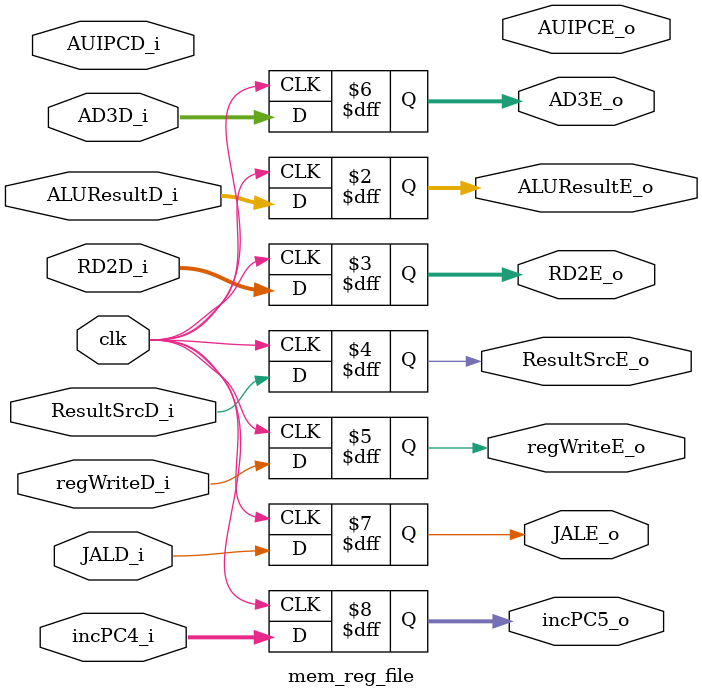
<source format=sv>
module mem_reg_file #(
    parameter DATA_WIDTH = 32,
    REGISTER_ADDRESS_WIDTH = 5
)(
    input logic                             clk,
    input logic [DATA_WIDTH-1:0]            ALUResultD_i,
    input logic [DATA_WIDTH-1:0]            RD2D_i,
    input logic                             ResultSrcD_i,
    input logic                             regWriteD_i,
    input logic [REGISTER_ADDRESS_WIDTH-1:0] AD3D_i,
    input logic                             JALD_i,
    input logic [DATA_WIDTH-1:0]            incPC4_i,
    input logic                             AUIPCD_i,


    output logic [DATA_WIDTH-1:0]           ALUResultE_o,
    output logic [DATA_WIDTH-1:0]           RD2E_o,
    output logic                            ResultSrcE_o,
    output logic                            regWriteE_o,
    output logic [REGISTER_ADDRESS_WIDTH-1:0] AD3E_o,
    output logic                            JALE_o,
    output logic [DATA_WIDTH-1:0]           incPC5_o,
    output logic                            AUIPCE_o

);

always_ff @(negedge clk) begin
    ALUResultE_o <= ALUResultD_i;
    RD2E_o <= RD2D_i;
    ResultSrcE_o <= ResultSrcD_i;
    regWriteE_o <= regWriteD_i;
    AD3E_o <= AD3D_i;
    JALE_o <= JALD_i;
    incPC5_o <= incPC4_i;
end

endmodule

</source>
